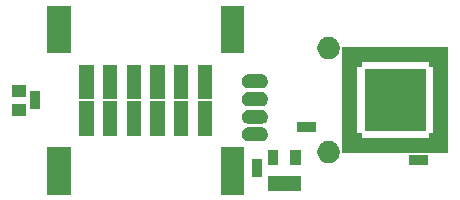
<source format=gbr>
G04 #@! TF.GenerationSoftware,KiCad,Pcbnew,5.0.1-33cea8e~67~ubuntu16.04.1*
G04 #@! TF.CreationDate,2018-10-18T23:36:49-04:00*
G04 #@! TF.ProjectId,motor controller,6D6F746F7220636F6E74726F6C6C6572,rev?*
G04 #@! TF.SameCoordinates,Original*
G04 #@! TF.FileFunction,Soldermask,Top*
G04 #@! TF.FilePolarity,Negative*
%FSLAX46Y46*%
G04 Gerber Fmt 4.6, Leading zero omitted, Abs format (unit mm)*
G04 Created by KiCad (PCBNEW 5.0.1-33cea8e~67~ubuntu16.04.1) date Thu 18 Oct 2018 11:36:49 PM EDT*
%MOMM*%
%LPD*%
G01*
G04 APERTURE LIST*
%ADD10C,0.100000*%
G04 APERTURE END LIST*
D10*
G36*
X20501600Y-17001600D02*
X18498400Y-17001600D01*
X18498400Y-12998400D01*
X20501600Y-12998400D01*
X20501600Y-17001600D01*
X20501600Y-17001600D01*
G37*
G36*
X5801600Y-17001600D02*
X3798400Y-17001600D01*
X3798400Y-12998400D01*
X5801600Y-12998400D01*
X5801600Y-17001600D01*
X5801600Y-17001600D01*
G37*
G36*
X25266600Y-16671600D02*
X22513400Y-16671600D01*
X22513400Y-15408400D01*
X25266600Y-15408400D01*
X25266600Y-16671600D01*
X25266600Y-16671600D01*
G37*
G36*
X22016600Y-15508600D02*
X21163400Y-15508600D01*
X21163400Y-13955400D01*
X22016600Y-13955400D01*
X22016600Y-15508600D01*
X22016600Y-15508600D01*
G37*
G36*
X23366600Y-14471600D02*
X22513400Y-14471600D01*
X22513400Y-13208400D01*
X23366600Y-13208400D01*
X23366600Y-14471600D01*
X23366600Y-14471600D01*
G37*
G36*
X25266600Y-14471600D02*
X24413400Y-14471600D01*
X24413400Y-13208400D01*
X25266600Y-13208400D01*
X25266600Y-14471600D01*
X25266600Y-14471600D01*
G37*
G36*
X36026600Y-14466600D02*
X34473400Y-14466600D01*
X34473400Y-13613400D01*
X36026600Y-13613400D01*
X36026600Y-14466600D01*
X36026600Y-14466600D01*
G37*
G36*
X27917573Y-12464970D02*
X28090749Y-12536702D01*
X28090751Y-12536703D01*
X28168680Y-12588774D01*
X28246611Y-12640845D01*
X28379155Y-12773389D01*
X28483298Y-12929251D01*
X28555030Y-13102427D01*
X28591600Y-13286276D01*
X28591600Y-13473724D01*
X28555030Y-13657573D01*
X28483298Y-13830749D01*
X28379155Y-13986611D01*
X28246611Y-14119155D01*
X28168680Y-14171227D01*
X28090751Y-14223297D01*
X28090750Y-14223298D01*
X28090749Y-14223298D01*
X27917573Y-14295030D01*
X27733724Y-14331600D01*
X27546276Y-14331600D01*
X27362427Y-14295030D01*
X27189251Y-14223298D01*
X27189250Y-14223298D01*
X27189249Y-14223297D01*
X27111320Y-14171226D01*
X27033389Y-14119155D01*
X26900845Y-13986611D01*
X26796702Y-13830749D01*
X26724970Y-13657573D01*
X26688400Y-13473724D01*
X26688400Y-13286276D01*
X26724970Y-13102427D01*
X26796702Y-12929251D01*
X26900845Y-12773389D01*
X27033389Y-12640845D01*
X27111320Y-12588774D01*
X27189249Y-12536703D01*
X27189251Y-12536702D01*
X27362427Y-12464970D01*
X27546276Y-12428400D01*
X27733724Y-12428400D01*
X27917573Y-12464970D01*
X27917573Y-12464970D01*
G37*
G36*
X37766600Y-13476600D02*
X28813400Y-13476600D01*
X28813400Y-6227400D01*
X30066600Y-6227400D01*
X30066600Y-11772600D01*
X30067576Y-11782511D01*
X30070467Y-11792040D01*
X30075161Y-11800823D01*
X30081479Y-11808521D01*
X30089177Y-11814839D01*
X30097960Y-11819533D01*
X30107489Y-11822424D01*
X30117400Y-11823400D01*
X30466600Y-11823400D01*
X30466600Y-12172600D01*
X30467576Y-12182511D01*
X30470467Y-12192040D01*
X30475161Y-12200823D01*
X30481479Y-12208521D01*
X30489177Y-12214839D01*
X30497960Y-12219533D01*
X30507489Y-12222424D01*
X30517400Y-12223400D01*
X36062600Y-12223400D01*
X36072511Y-12222424D01*
X36082040Y-12219533D01*
X36090823Y-12214839D01*
X36098521Y-12208521D01*
X36104839Y-12200823D01*
X36109533Y-12192040D01*
X36112424Y-12182511D01*
X36113400Y-12172600D01*
X36113400Y-11823400D01*
X36462600Y-11823400D01*
X36472511Y-11822424D01*
X36482040Y-11819533D01*
X36490823Y-11814839D01*
X36498521Y-11808521D01*
X36504839Y-11800823D01*
X36509533Y-11792040D01*
X36512424Y-11782511D01*
X36513400Y-11772600D01*
X36513400Y-6227400D01*
X36512424Y-6217489D01*
X36509533Y-6207960D01*
X36504839Y-6199177D01*
X36498521Y-6191479D01*
X36490823Y-6185161D01*
X36482040Y-6180467D01*
X36472511Y-6177576D01*
X36462600Y-6176600D01*
X36113400Y-6176600D01*
X36113400Y-5827400D01*
X36112424Y-5817489D01*
X36109533Y-5807960D01*
X36104839Y-5799177D01*
X36098521Y-5791479D01*
X36090823Y-5785161D01*
X36082040Y-5780467D01*
X36072511Y-5777576D01*
X36062600Y-5776600D01*
X30517400Y-5776600D01*
X30507489Y-5777576D01*
X30497960Y-5780467D01*
X30489177Y-5785161D01*
X30481479Y-5791479D01*
X30475161Y-5799177D01*
X30470467Y-5807960D01*
X30467576Y-5817489D01*
X30466600Y-5827400D01*
X30466600Y-6176600D01*
X30117400Y-6176600D01*
X30107489Y-6177576D01*
X30097960Y-6180467D01*
X30089177Y-6185161D01*
X30081479Y-6191479D01*
X30075161Y-6199177D01*
X30070467Y-6207960D01*
X30067576Y-6217489D01*
X30066600Y-6227400D01*
X28813400Y-6227400D01*
X28813400Y-4523400D01*
X37766600Y-4523400D01*
X37766600Y-13476600D01*
X37766600Y-13476600D01*
G37*
G36*
X35891600Y-11601600D02*
X30688400Y-11601600D01*
X30688400Y-6398400D01*
X35891600Y-6398400D01*
X35891600Y-11601600D01*
X35891600Y-11601600D01*
G37*
G36*
X22017930Y-11307104D02*
X22017933Y-11307105D01*
X22017934Y-11307105D01*
X22131336Y-11341506D01*
X22235848Y-11397368D01*
X22235850Y-11397369D01*
X22235849Y-11397369D01*
X22327453Y-11472547D01*
X22402631Y-11564151D01*
X22458494Y-11668664D01*
X22492896Y-11782070D01*
X22504511Y-11900000D01*
X22492896Y-12017930D01*
X22492895Y-12017933D01*
X22492895Y-12017934D01*
X22458494Y-12131336D01*
X22402632Y-12235848D01*
X22327453Y-12327453D01*
X22235848Y-12402632D01*
X22131336Y-12458494D01*
X22017934Y-12492895D01*
X22017933Y-12492895D01*
X22017930Y-12492896D01*
X21929553Y-12501600D01*
X20870447Y-12501600D01*
X20782070Y-12492896D01*
X20782067Y-12492895D01*
X20782066Y-12492895D01*
X20668664Y-12458494D01*
X20564152Y-12402632D01*
X20472547Y-12327453D01*
X20397368Y-12235848D01*
X20341506Y-12131336D01*
X20307105Y-12017934D01*
X20307105Y-12017933D01*
X20307104Y-12017930D01*
X20295489Y-11900000D01*
X20307104Y-11782070D01*
X20341506Y-11668664D01*
X20397369Y-11564151D01*
X20472547Y-11472547D01*
X20564151Y-11397369D01*
X20564150Y-11397369D01*
X20564152Y-11397368D01*
X20668664Y-11341506D01*
X20782066Y-11307105D01*
X20782067Y-11307105D01*
X20782070Y-11307104D01*
X20870447Y-11298400D01*
X21929553Y-11298400D01*
X22017930Y-11307104D01*
X22017930Y-11307104D01*
G37*
G36*
X11751600Y-12001600D02*
X10548400Y-12001600D01*
X10548400Y-9098400D01*
X11751600Y-9098400D01*
X11751600Y-12001600D01*
X11751600Y-12001600D01*
G37*
G36*
X9751600Y-12001600D02*
X8548400Y-12001600D01*
X8548400Y-9098400D01*
X9751600Y-9098400D01*
X9751600Y-12001600D01*
X9751600Y-12001600D01*
G37*
G36*
X7751600Y-12001600D02*
X6548400Y-12001600D01*
X6548400Y-9098400D01*
X7751600Y-9098400D01*
X7751600Y-12001600D01*
X7751600Y-12001600D01*
G37*
G36*
X15751600Y-12001600D02*
X14548400Y-12001600D01*
X14548400Y-9098400D01*
X15751600Y-9098400D01*
X15751600Y-12001600D01*
X15751600Y-12001600D01*
G37*
G36*
X13751600Y-12001600D02*
X12548400Y-12001600D01*
X12548400Y-9098400D01*
X13751600Y-9098400D01*
X13751600Y-12001600D01*
X13751600Y-12001600D01*
G37*
G36*
X17751600Y-12001600D02*
X16548400Y-12001600D01*
X16548400Y-9098400D01*
X17751600Y-9098400D01*
X17751600Y-12001600D01*
X17751600Y-12001600D01*
G37*
G36*
X26544100Y-11676600D02*
X24990900Y-11676600D01*
X24990900Y-10823400D01*
X26544100Y-10823400D01*
X26544100Y-11676600D01*
X26544100Y-11676600D01*
G37*
G36*
X22017930Y-9807104D02*
X22017933Y-9807105D01*
X22017934Y-9807105D01*
X22131336Y-9841506D01*
X22235848Y-9897368D01*
X22327453Y-9972547D01*
X22402632Y-10064152D01*
X22458494Y-10168664D01*
X22467515Y-10198400D01*
X22492896Y-10282070D01*
X22504511Y-10400000D01*
X22492896Y-10517930D01*
X22492895Y-10517933D01*
X22492895Y-10517934D01*
X22458494Y-10631336D01*
X22402632Y-10735848D01*
X22327453Y-10827453D01*
X22235848Y-10902632D01*
X22131336Y-10958494D01*
X22017934Y-10992895D01*
X22017933Y-10992895D01*
X22017930Y-10992896D01*
X21929553Y-11001600D01*
X20870447Y-11001600D01*
X20782070Y-10992896D01*
X20782067Y-10992895D01*
X20782066Y-10992895D01*
X20668664Y-10958494D01*
X20564152Y-10902632D01*
X20472547Y-10827453D01*
X20397368Y-10735848D01*
X20341506Y-10631336D01*
X20307105Y-10517934D01*
X20307105Y-10517933D01*
X20307104Y-10517930D01*
X20295489Y-10400000D01*
X20307104Y-10282070D01*
X20332486Y-10198400D01*
X20341506Y-10168664D01*
X20397368Y-10064152D01*
X20472547Y-9972547D01*
X20564152Y-9897368D01*
X20668664Y-9841506D01*
X20782066Y-9807105D01*
X20782067Y-9807105D01*
X20782070Y-9807104D01*
X20870447Y-9798400D01*
X21929553Y-9798400D01*
X22017930Y-9807104D01*
X22017930Y-9807104D01*
G37*
G36*
X2001600Y-10311600D02*
X798400Y-10311600D01*
X798400Y-9288400D01*
X2001600Y-9288400D01*
X2001600Y-10311600D01*
X2001600Y-10311600D01*
G37*
G36*
X3216600Y-9776600D02*
X2363400Y-9776600D01*
X2363400Y-8223400D01*
X3216600Y-8223400D01*
X3216600Y-9776600D01*
X3216600Y-9776600D01*
G37*
G36*
X22017930Y-8307104D02*
X22017933Y-8307105D01*
X22017934Y-8307105D01*
X22131336Y-8341506D01*
X22235848Y-8397368D01*
X22327453Y-8472547D01*
X22402632Y-8564152D01*
X22422648Y-8601600D01*
X22458494Y-8668664D01*
X22492896Y-8782070D01*
X22504511Y-8900000D01*
X22492896Y-9017930D01*
X22492895Y-9017933D01*
X22492895Y-9017934D01*
X22458494Y-9131336D01*
X22402632Y-9235848D01*
X22327453Y-9327453D01*
X22235848Y-9402632D01*
X22131336Y-9458494D01*
X22017934Y-9492895D01*
X22017933Y-9492895D01*
X22017930Y-9492896D01*
X21929553Y-9501600D01*
X20870447Y-9501600D01*
X20782070Y-9492896D01*
X20782067Y-9492895D01*
X20782066Y-9492895D01*
X20668664Y-9458494D01*
X20564152Y-9402632D01*
X20472547Y-9327453D01*
X20397368Y-9235848D01*
X20341506Y-9131336D01*
X20307105Y-9017934D01*
X20307105Y-9017933D01*
X20307104Y-9017930D01*
X20295489Y-8900000D01*
X20307104Y-8782070D01*
X20341506Y-8668664D01*
X20377352Y-8601600D01*
X20397368Y-8564152D01*
X20472547Y-8472547D01*
X20564152Y-8397368D01*
X20668664Y-8341506D01*
X20782066Y-8307105D01*
X20782067Y-8307105D01*
X20782070Y-8307104D01*
X20870447Y-8298400D01*
X21929553Y-8298400D01*
X22017930Y-8307104D01*
X22017930Y-8307104D01*
G37*
G36*
X7751600Y-8901600D02*
X6548400Y-8901600D01*
X6548400Y-5998400D01*
X7751600Y-5998400D01*
X7751600Y-8901600D01*
X7751600Y-8901600D01*
G37*
G36*
X13751600Y-8901600D02*
X12548400Y-8901600D01*
X12548400Y-5998400D01*
X13751600Y-5998400D01*
X13751600Y-8901600D01*
X13751600Y-8901600D01*
G37*
G36*
X15751600Y-8901600D02*
X14548400Y-8901600D01*
X14548400Y-5998400D01*
X15751600Y-5998400D01*
X15751600Y-8901600D01*
X15751600Y-8901600D01*
G37*
G36*
X17751600Y-8901600D02*
X16548400Y-8901600D01*
X16548400Y-5998400D01*
X17751600Y-5998400D01*
X17751600Y-8901600D01*
X17751600Y-8901600D01*
G37*
G36*
X11751600Y-8901600D02*
X10548400Y-8901600D01*
X10548400Y-5998400D01*
X11751600Y-5998400D01*
X11751600Y-8901600D01*
X11751600Y-8901600D01*
G37*
G36*
X9751600Y-8901600D02*
X8548400Y-8901600D01*
X8548400Y-5998400D01*
X9751600Y-5998400D01*
X9751600Y-8901600D01*
X9751600Y-8901600D01*
G37*
G36*
X2001600Y-8711600D02*
X798400Y-8711600D01*
X798400Y-7688400D01*
X2001600Y-7688400D01*
X2001600Y-8711600D01*
X2001600Y-8711600D01*
G37*
G36*
X22017930Y-6807104D02*
X22017933Y-6807105D01*
X22017934Y-6807105D01*
X22131336Y-6841506D01*
X22235848Y-6897368D01*
X22235850Y-6897369D01*
X22235849Y-6897369D01*
X22327453Y-6972547D01*
X22402631Y-7064151D01*
X22458494Y-7168664D01*
X22492896Y-7282070D01*
X22504511Y-7400000D01*
X22492896Y-7517930D01*
X22492895Y-7517933D01*
X22492895Y-7517934D01*
X22458494Y-7631336D01*
X22402632Y-7735848D01*
X22327453Y-7827453D01*
X22235848Y-7902632D01*
X22131336Y-7958494D01*
X22017934Y-7992895D01*
X22017933Y-7992895D01*
X22017930Y-7992896D01*
X21929553Y-8001600D01*
X20870447Y-8001600D01*
X20782070Y-7992896D01*
X20782067Y-7992895D01*
X20782066Y-7992895D01*
X20668664Y-7958494D01*
X20564152Y-7902632D01*
X20472547Y-7827453D01*
X20397368Y-7735848D01*
X20341506Y-7631336D01*
X20307105Y-7517934D01*
X20307105Y-7517933D01*
X20307104Y-7517930D01*
X20295489Y-7400000D01*
X20307104Y-7282070D01*
X20341506Y-7168664D01*
X20397369Y-7064151D01*
X20472547Y-6972547D01*
X20564151Y-6897369D01*
X20564150Y-6897369D01*
X20564152Y-6897368D01*
X20668664Y-6841506D01*
X20782066Y-6807105D01*
X20782067Y-6807105D01*
X20782070Y-6807104D01*
X20870447Y-6798400D01*
X21929553Y-6798400D01*
X22017930Y-6807104D01*
X22017930Y-6807104D01*
G37*
G36*
X27917573Y-3664970D02*
X28090749Y-3736702D01*
X28090751Y-3736703D01*
X28168680Y-3788774D01*
X28246611Y-3840845D01*
X28379155Y-3973389D01*
X28483298Y-4129251D01*
X28555030Y-4302427D01*
X28591600Y-4486276D01*
X28591600Y-4673724D01*
X28555030Y-4857573D01*
X28483298Y-5030749D01*
X28379155Y-5186611D01*
X28246611Y-5319155D01*
X28168680Y-5371226D01*
X28090751Y-5423297D01*
X28090750Y-5423298D01*
X28090749Y-5423298D01*
X27917573Y-5495030D01*
X27733724Y-5531600D01*
X27546276Y-5531600D01*
X27362427Y-5495030D01*
X27189251Y-5423298D01*
X27189250Y-5423298D01*
X27189249Y-5423297D01*
X27111320Y-5371226D01*
X27033389Y-5319155D01*
X26900845Y-5186611D01*
X26796702Y-5030749D01*
X26724970Y-4857573D01*
X26688400Y-4673724D01*
X26688400Y-4486276D01*
X26724970Y-4302427D01*
X26796702Y-4129251D01*
X26900845Y-3973389D01*
X27033389Y-3840845D01*
X27111320Y-3788774D01*
X27189249Y-3736703D01*
X27189251Y-3736702D01*
X27362427Y-3664970D01*
X27546276Y-3628400D01*
X27733724Y-3628400D01*
X27917573Y-3664970D01*
X27917573Y-3664970D01*
G37*
G36*
X5801600Y-5001600D02*
X3798400Y-5001600D01*
X3798400Y-998400D01*
X5801600Y-998400D01*
X5801600Y-5001600D01*
X5801600Y-5001600D01*
G37*
G36*
X20501600Y-5001600D02*
X18498400Y-5001600D01*
X18498400Y-998400D01*
X20501600Y-998400D01*
X20501600Y-5001600D01*
X20501600Y-5001600D01*
G37*
M02*

</source>
